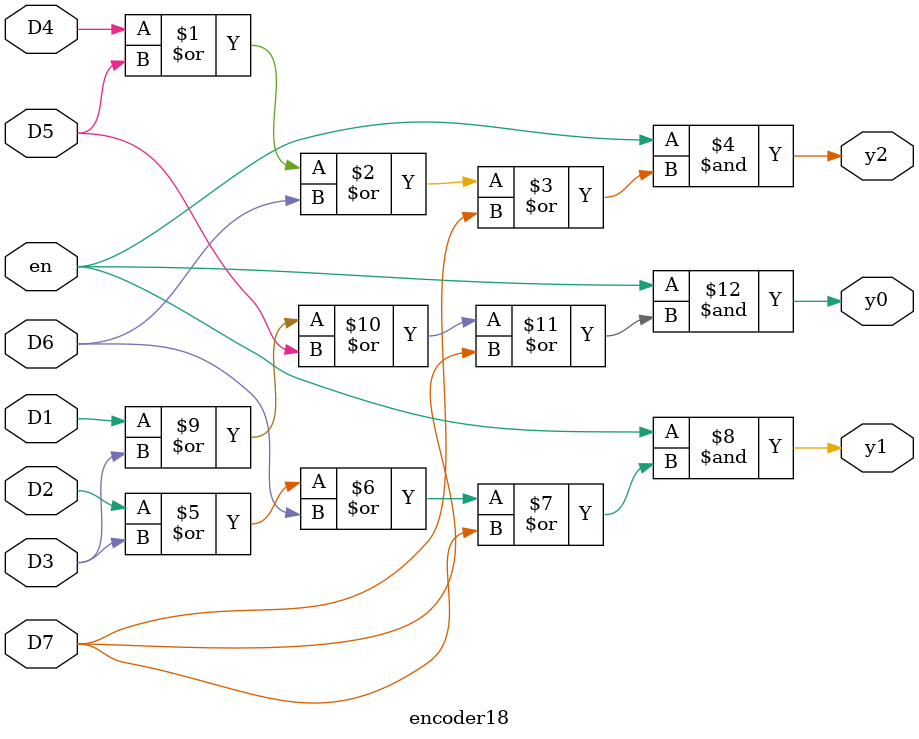
<source format=v>
module encoder18 (en,D1,D2,D3,D4,D5,D6,D7,
y0,y1,y2);

input en,D1,D2,D3,D4,D5,D6,D7;
output y0,y1,y2;

assign y2 = en & (D4 | D5 | D6 | D7);
assign y1 = en & (D2 | D3 | D6 | D7);
assign y0 = en & (D1 | D3 | D5 | D7);
endmodule
</source>
